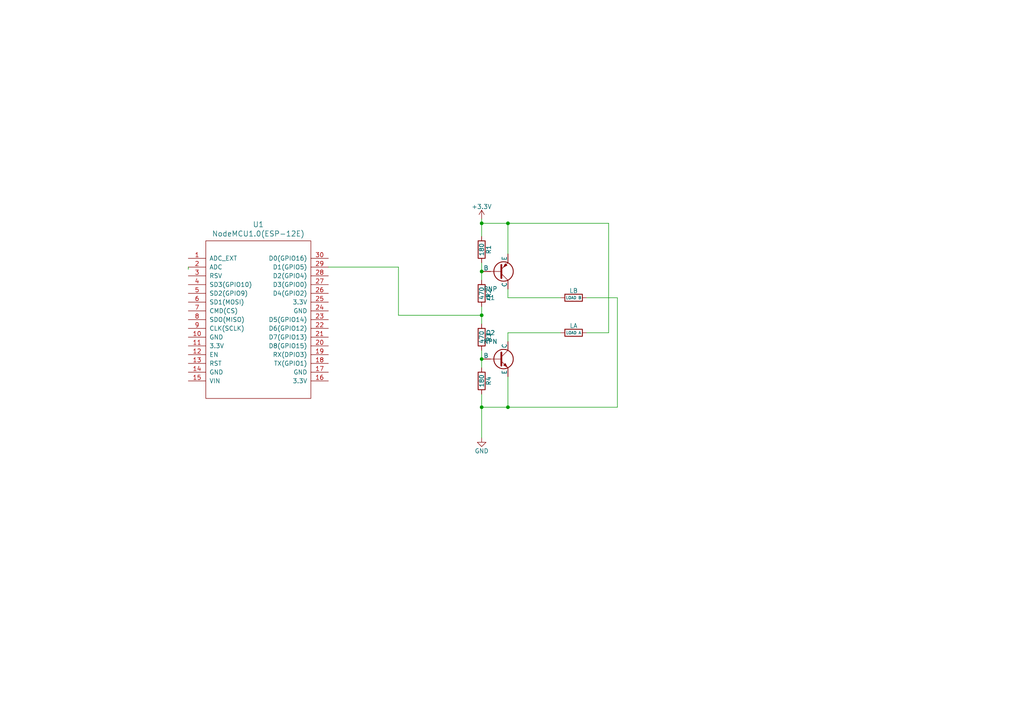
<source format=kicad_sch>
(kicad_sch (version 20230121) (generator eeschema)
  (paper "A4")
  (title_block (title "Single Pin controlling Dual Load"))
  (lib_symbols
    (symbol "Device:R" (pin_numbers hide) (pin_names (offset 0))
      (property "Reference" "R" (at 2.032 0 90))
      (property "Value" "R" (at 0 0 90))
      (symbol "R_0_1"
        (rectangle (start -1.016 -2.54) (end 1.016 2.54) (stroke (width 0.254)))
      )
      (symbol "R_1_1"
        (pin passive line (at 0 3.81 270) (length 1.27) (name "~") (number "1"))
        (pin passive line (at 0 -3.81 90) (length 1.27) (name "~") (number "2"))
      )
    )
    (symbol "Simulation_SPICE:NPN" (pin_numbers hide) (pin_names (offset 0))
      (property "Reference" "Q" (at -2.54 7.62 0))
      (property "Value" "NPN" (at -2.54 5.08 0))
      (symbol "NPN_0_1"
        (polyline (pts (xy -2.54 0) (xy 0.635 0)) (stroke (width 0.1524)))
        (polyline (pts (xy 0.635 0.635) (xy 2.54 2.54)))
        (polyline (pts (xy 2.794 -1.27) (xy 2.794 -1.27)) (stroke (width 0.1524)))
        (polyline (pts (xy 2.794 -1.27) (xy 2.794 -1.27)) (stroke (width 0.1524)))
        (polyline (pts (xy 0.635 -0.635) (xy 2.54 -2.54) (xy 2.54 -2.54)))
        (polyline (pts (xy 0.635 1.905) (xy 0.635 -1.905) (xy 0.635 -1.905)) (stroke (width 0.508)))
        (polyline (pts (xy 1.27 -1.778) (xy 1.778 -1.27) (xy 2.286 -2.286) (xy 1.27 -1.778) (xy 1.27 -1.778)) (fill (type outline)))
        (circle (center 1.27 0) (radius 2.8194) (stroke (width 0.254)))
      )
      (symbol "NPN_1_1"
        (pin open_collector line (at 2.54 5.08 270) (length 2.54) (name "C") (number "1"))
        (pin input line (at -5.08 0 0) (length 2.54) (name "B") (number "2"))
        (pin open_emitter line (at 2.54 -5.08 90) (length 2.54) (name "E") (number "3"))
      )
    )
    (symbol "Simulation_SPICE:PNP" (pin_numbers hide) (pin_names (offset 0))
      (property "Reference" "Q" (at -2.54 7.62 0))
      (property "Value" "PNP" (at -2.54 5.08 0))
      (symbol "PNP_0_1"
        (polyline (pts (xy -2.54 0) (xy 0.635 0)) (stroke (width 0.1524)))
        (polyline (pts (xy 0.635 0.635) (xy 2.54 2.54)))
        (polyline (pts (xy 0.635 -0.635) (xy 2.54 -2.54) (xy 2.54 -2.54)))
        (polyline (pts (xy 0.635 1.905) (xy 0.635 -1.905) (xy 0.635 -1.905)) (stroke (width 0.508)))
        (polyline (pts (xy 2.286 -1.778) (xy 1.778 -2.286) (xy 1.27 -1.27) (xy 2.286 -1.778) (xy 2.286 -1.778)) (fill (type outline)))
        (circle (center 1.27 0) (radius 2.8194) (stroke (width 0.254)))
      )
      (symbol "PNP_1_1"
        (pin open_collector line (at 2.54 5.08 270) (length 2.54) (name "C") (number "1"))
        (pin input line (at -5.08 0 0) (length 2.54) (name "B") (number "2"))
        (pin open_emitter line (at 2.54 -5.08 90) (length 2.54) (name "E") (number "3"))
      )
    )
    (symbol "power:+3.3V" (power) (pin_names (offset 0))
      (property "Value" "+3.3V" (at 0 3.556 0))
      (symbol "+3.3V_0_1"
        (polyline (pts (xy -0.762 1.27) (xy 0 2.54)))
        (polyline (pts (xy 0 0) (xy 0 2.54)))
        (polyline (pts (xy 0 2.54) (xy 0.762 1.27)))
      )
      (symbol "+3.3V_1_1"
        (pin power_in line (at 0 0 90) (length 0) hide (name "+3.3V") (number "1"))
      )
    )
    (symbol "power:GND" (power) (pin_names (offset 0))
      (property "Value" "GND" (at 0 -3.81 0))
      (symbol "GND_0_1"
        (polyline (pts (xy 0 0) (xy 0 -1.27) (xy 1.27 -1.27) (xy 0 -2.54) (xy -1.27 -1.27) (xy 0 -1.27)))
      )
      (symbol "GND_1_1"
        (pin power_in line (at 0 0 270) (length 0) hide (name "GND") (number "1"))
      )
    )
    (symbol "solar_diverter-rescue:NodeMCU1.0(ESP-12E)-ESP8266" (pin_names (offset 1.016))
      (property "Reference" "U" (at 0 21.59 0))
      (property "Value" "NodeMCU1.0(ESP-12E)-ESP8266" (at 0 -21.59 0))
      (symbol "NodeMCU1.0(ESP-12E)-ESP8266_0_1"
        (rectangle (start -15.24 -22.86) (end 15.24 22.86))
      )
      (symbol "NodeMCU1.0(ESP-12E)-ESP8266_1_1"
        (pin input line (at -20.32 17.78 0) (length 5.08) (name "ADC_EXT") (number "1"))
        (pin input line (at -20.32 -5.08 0) (length 5.08) (name "GND") (number "10"))
        (pin input line (at -20.32 -7.62 0) (length 5.08) (name "3.3V") (number "11"))
        (pin input line (at -20.32 -10.16 0) (length 5.08) (name "EN") (number "12"))
        (pin input line (at -20.32 -12.7 0) (length 5.08) (name "RST") (number "13"))
        (pin input line (at -20.32 -15.24 0) (length 5.08) (name "GND") (number "14"))
        (pin input line (at -20.32 -17.78 0) (length 5.08) (name "VIN") (number "15"))
        (pin input line (at 20.32 -17.78 180) (length 5.08) (name "3.3V") (number "16"))
        (pin input line (at 20.32 -15.24 180) (length 5.08) (name "GND") (number "17"))
        (pin input line (at 20.32 -12.7 180) (length 5.08) (name "TX(GPIO1)") (number "18"))
        (pin input line (at 20.32 -10.16 180) (length 5.08) (name "RX(DPIO3)") (number "19"))
        (pin input line (at -20.32 15.24 0) (length 5.08) (name "ADC") (number "2"))
        (pin input line (at 20.32 -7.62 180) (length 5.08) (name "D8(GPIO15)") (number "20"))
        (pin input line (at 20.32 -5.08 180) (length 5.08) (name "D7(GPIO13)") (number "21"))
        (pin input line (at 20.32 -2.54 180) (length 5.08) (name "D6(GPIO12)") (number "22"))
        (pin input line (at 20.32 0 180) (length 5.08) (name "D5(GPIO14)") (number "23"))
        (pin input line (at 20.32 2.54 180) (length 5.08) (name "GND") (number "24"))
        (pin input line (at 20.32 5.08 180) (length 5.08) (name "3.3V") (number "25"))
        (pin input line (at 20.32 7.62 180) (length 5.08) (name "D4(GPIO2)") (number "26"))
        (pin input line (at 20.32 10.16 180) (length 5.08) (name "D3(GPIO0)") (number "27"))
        (pin input line (at 20.32 12.7 180) (length 5.08) (name "D2(GPIO4)") (number "28"))
        (pin input line (at 20.32 15.24 180) (length 5.08) (name "D1(GPIO5)") (number "29"))
        (pin input line (at -20.32 12.7 0) (length 5.08) (name "RSV") (number "3"))
        (pin input line (at 20.32 17.78 180) (length 5.08) (name "D0(GPIO16)") (number "30"))
        (pin input line (at -20.32 10.16 0) (length 5.08) (name "SD3(GPIO10)") (number "4"))
        (pin input line (at -20.32 7.62 0) (length 5.08) (name "SD2(GPIO9)") (number "5"))
        (pin input line (at -20.32 5.08 0) (length 5.08) (name "SD1(MOSI)") (number "6"))
        (pin input line (at -20.32 2.54 0) (length 5.08) (name "CMD(CS)") (number "7"))
        (pin input line (at -20.32 0 0) (length 5.08) (name "SDO(MISO)") (number "8"))
        (pin input line (at -20.32 -2.54 0) (length 5.08) (name "CLK(SCLK)") (number "9"))
      )
    )
  )
  (junction (at 147.32 118.11))
  (junction (at 139.7 78.74))
  (junction (at 139.7 91.44))
  (junction (at 139.7 118.11))
  (junction (at 139.7 104.14))
  (junction (at 139.7 64.77))
  (junction (at 147.32 64.77))
  (wire (pts (xy 139.7 104.14) (xy 139.7 106.68)))
  (wire (pts (xy 139.7 88.9) (xy 139.7 91.44)))
  (wire (pts (xy 139.7 63.5) (xy 139.7 64.77)))
  (wire (pts (xy 139.7 114.3) (xy 139.7 118.11)))
  (wire (pts (xy 139.7 91.44) (xy 115.57 91.44)))
  (wire (pts (xy 147.32 64.77) (xy 176.53 64.77)))
  (wire (pts (xy 170.18 86.36) (xy 179.07 86.36)))
  (wire (pts (xy 179.07 118.11) (xy 179.07 86.36)))
  (wire (pts (xy 147.32 96.52) (xy 147.32 99.06)))
  (wire (pts (xy 139.7 91.44) (xy 139.7 93.98)))
  (wire (pts (xy 170.18 96.52) (xy 176.53 96.52)))
  (wire (pts (xy 115.57 77.47) (xy 95.25 77.47)))
  (wire (pts (xy 139.7 76.2) (xy 139.7 78.74)))
  (wire (pts (xy 147.32 109.22) (xy 147.32 118.11)))
  (wire (pts (xy 139.7 64.77) (xy 139.7 68.58)))
  (wire (pts (xy 176.53 64.77) (xy 176.53 96.52)))
  (wire (pts (xy 139.7 118.11) (xy 139.7 127)))
  (wire (pts (xy 147.32 118.11) (xy 179.07 118.11)))
  (wire (pts (xy 139.7 101.6) (xy 139.7 104.14)))
  (wire (pts (xy 147.32 83.82) (xy 147.32 86.36)))
  (wire (pts (xy 147.32 73.66) (xy 147.32 64.77)))
  (wire (pts (xy 162.56 86.36) (xy 147.32 86.36)))
  (wire (pts (xy 147.32 118.11) (xy 139.7 118.11)))
  (wire (pts (xy 147.32 64.77) (xy 139.7 64.77)))
  (wire (pts (xy 115.57 91.44) (xy 115.57 77.47)))
  (wire (pts (xy 54.61 77.47) (xy 54.61 78.105)))
  (wire (pts (xy 162.56 96.52) (xy 147.32 96.52)))
  (wire (pts (xy 139.7 78.74) (xy 139.7 81.28)))
  (symbol (lib_id "Device:R") (at 139.7 85.09 0) (unit 1)
    (property "Reference" "R2" (at 141.732 85.09 90))
    (property "Value" "470" (at 139.7 85.09 90))
  )
  (symbol (lib_id "Device:R") (at 139.7 97.79 0) (unit 1)
    (property "Reference" "R3" (at 141.732 97.79 90))
    (property "Value" "470" (at 139.7 97.79 90))
  )
  (symbol (lib_id "Device:R") (at 139.7 110.49 0) (unit 1)
    (property "Reference" "R4" (at 141.732 110.49 90))
    (property "Value" "180" (at 139.7 110.49 90))
  )
  (symbol (lib_id "power:GND") (at 139.7 127 0) (unit 1)
    (property "Reference" "#PWR02" (effects hide))
    (property "Value" "GND" (at 139.7 130.81 0))
  )
  (symbol (lib_id "Simulation_SPICE:NPN") (at 144.78 104.14 0) (unit 1)
    (property "Reference" "Q2" (at 142.24 96.52 0))
    (property "Value" "NPN" (at 142.24 99.06 0))
    (property "Datasheet" "https://ngspice.sourceforge.io/docs/ngspice-html-manual/manual.xhtml#cha_BJTs" (effects hide))
    (property "Sim.Device" "NPN" (effects hide))
    (property "Sim.Type" "GUMMELPOON" (effects hide))
    (property "Sim.Pins" "1=C 2=B 3=E" (effects hide))
  )
  (symbol (lib_id "Device:R") (at 139.7 72.39 0) (unit 1)
    (property "Reference" "R1" (at 141.732 72.39 90))
    (property "Value" "180" (at 139.7 72.39 90))
  )
  (symbol (lib_id "Device:R") (at 166.37 96.52 90) (unit 1)
    (property "Reference" "LA" (at 166.37 94.488 90))
    (property "Value" "LOAD A" (at 166.37 96.52 90) (effects (font (size 0.8 0.8))))
  )
  (symbol (lib_id "power:+3.3V") (at 139.7 63.5 0) (unit 1)
    (property "Reference" "#PWR01" (effects hide))
    (property "Value" "+3.3V" (at 139.7 59.944 0))
  )
  (symbol (lib_id "solar_diverter-rescue:NodeMCU1.0(ESP-12E)-ESP8266") (at 74.93 92.71 0) (unit 1)
    (property "Reference" "U1" (at 74.93 65.1002 0) (effects (font (size 1.524 1.524))))
    (property "Value" "NodeMCU1.0(ESP-12E)" (at 74.93 67.7926 0) (effects (font (size 1.524 1.524))))
  )
  (symbol (lib_id "Simulation_SPICE:PNP") (at 144.78 78.74 0) (mirror x) (unit 1)
    (property "Reference" "Q1" (at 142.24 86.36 0))
    (property "Value" "PNP" (at 142.24 83.82 0))
    (property "Datasheet" "https://ngspice.sourceforge.io/docs/ngspice-html-manual/manual.xhtml#cha_BJTs" (effects hide))
    (property "Sim.Device" "PNP" (effects hide))
    (property "Sim.Type" "GUMMELPOON" (effects hide))
    (property "Sim.Pins" "1=C 2=B 3=E" (effects hide))
  )
  (symbol (lib_id "Device:R") (at 166.37 86.36 90) (unit 1)
    (property "Reference" "LB" (at 166.37 84.328 90))
    (property "Value" "LOAD B" (at 166.37 86.36 90) (effects (font (size 0.8 0.8))))
  )
)
</source>
